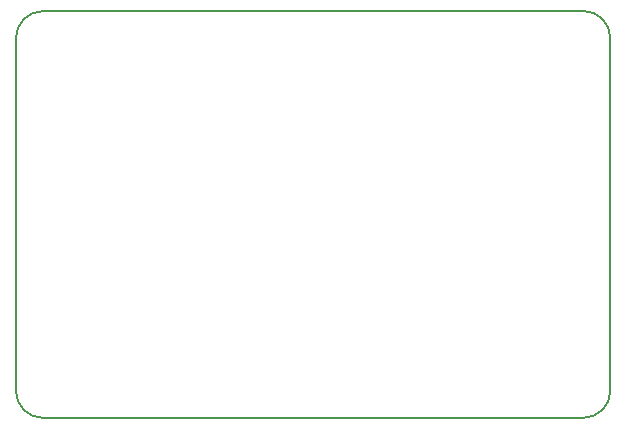
<source format=gbr>
%TF.GenerationSoftware,KiCad,Pcbnew,(6.0.4)*%
%TF.CreationDate,2023-02-01T13:33:48+08:00*%
%TF.ProjectId,Core_M4,436f7265-5f4d-4342-9e6b-696361645f70,rev?*%
%TF.SameCoordinates,Original*%
%TF.FileFunction,Profile,NP*%
%FSLAX46Y46*%
G04 Gerber Fmt 4.6, Leading zero omitted, Abs format (unit mm)*
G04 Created by KiCad (PCBNEW (6.0.4)) date 2023-02-01 13:33:48*
%MOMM*%
%LPD*%
G01*
G04 APERTURE LIST*
%TA.AperFunction,Profile*%
%ADD10C,0.150000*%
%TD*%
G04 APERTURE END LIST*
D10*
X83690000Y-51190000D02*
X37950000Y-51190000D01*
X85993654Y-83353654D02*
X85993654Y-53490000D01*
X35650000Y-53500000D02*
X35650000Y-83340000D01*
X35650018Y-83340000D02*
G75*
G03*
X37960000Y-85640000I2308982J9000D01*
G01*
X37960000Y-85640000D02*
X83693654Y-85640000D01*
X37950000Y-51190018D02*
G75*
G03*
X35650000Y-53500000I9000J-2308982D01*
G01*
X85993597Y-53490000D02*
G75*
G03*
X83690000Y-51190000I-2303797J-3800D01*
G01*
X83693654Y-85639954D02*
G75*
G03*
X85993654Y-83340000I46J2299954D01*
G01*
M02*

</source>
